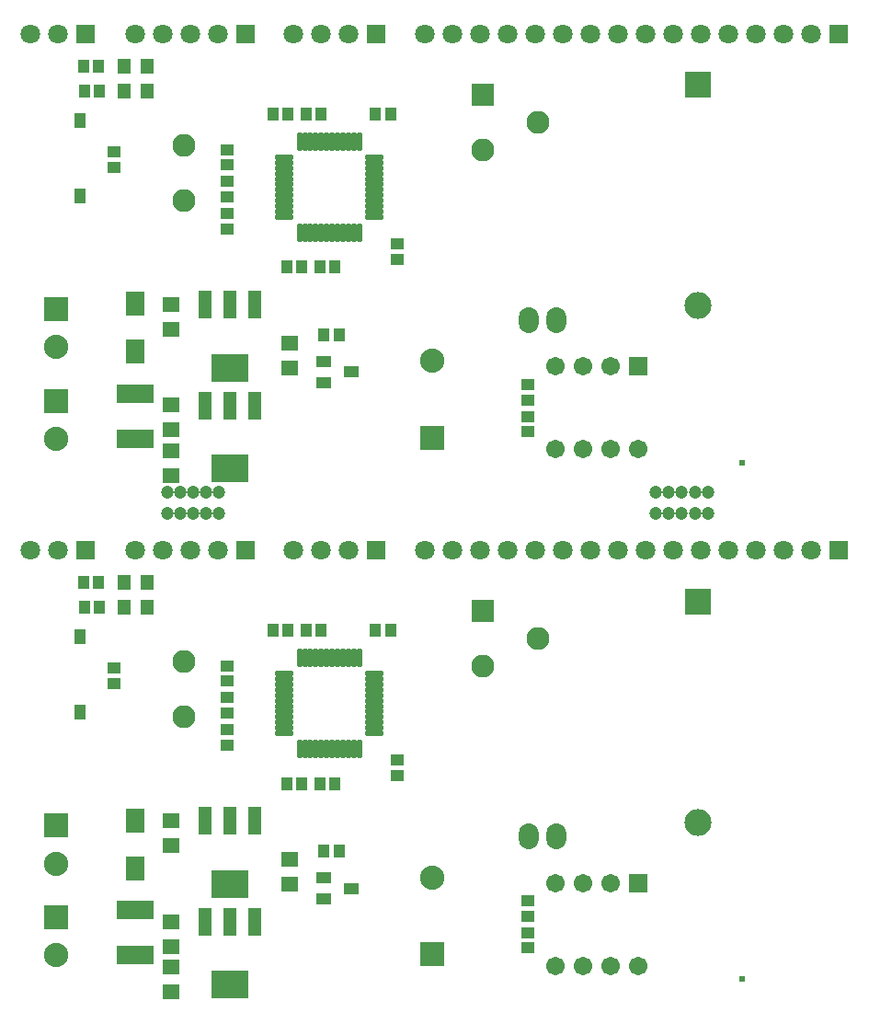
<source format=gts>
G04*
G04 #@! TF.GenerationSoftware,Altium Limited,Altium Designer,21.9.2 (33)*
G04*
G04 Layer_Color=8388736*
%FSTAX24Y24*%
%MOIN*%
G70*
G04*
G04 #@! TF.SameCoordinates,6253CE77-86D3-43C4-916D-D03A74546D46*
G04*
G04*
G04 #@! TF.FilePolarity,Negative*
G04*
G01*
G75*
%ADD48R,0.0395X0.0552*%
%ADD49R,0.0230X0.0230*%
%ADD50R,0.0454X0.0395*%
%ADD51R,0.0395X0.0454*%
%ADD52R,0.0552X0.0415*%
%ADD53R,0.0630X0.0580*%
%ADD54R,0.1344X0.0690*%
%ADD55R,0.0690X0.0907*%
%ADD56R,0.0474X0.1025*%
%ADD57R,0.1379X0.1025*%
G04:AMPARAMS|DCode=58|XSize=19mil|YSize=69.4mil|CornerRadius=6.8mil|HoleSize=0mil|Usage=FLASHONLY|Rotation=90.000|XOffset=0mil|YOffset=0mil|HoleType=Round|Shape=RoundedRectangle|*
%AMROUNDEDRECTD58*
21,1,0.0190,0.0559,0,0,90.0*
21,1,0.0055,0.0694,0,0,90.0*
1,1,0.0135,0.0280,0.0028*
1,1,0.0135,0.0280,-0.0028*
1,1,0.0135,-0.0280,-0.0028*
1,1,0.0135,-0.0280,0.0028*
%
%ADD58ROUNDEDRECTD58*%
G04:AMPARAMS|DCode=59|XSize=19mil|YSize=69.4mil|CornerRadius=6.8mil|HoleSize=0mil|Usage=FLASHONLY|Rotation=0.000|XOffset=0mil|YOffset=0mil|HoleType=Round|Shape=RoundedRectangle|*
%AMROUNDEDRECTD59*
21,1,0.0190,0.0559,0,0,0.0*
21,1,0.0055,0.0694,0,0,0.0*
1,1,0.0135,0.0028,-0.0280*
1,1,0.0135,-0.0028,-0.0280*
1,1,0.0135,-0.0028,0.0280*
1,1,0.0135,0.0028,0.0280*
%
%ADD59ROUNDEDRECTD59*%
%ADD60R,0.0513X0.0552*%
%ADD61C,0.0474*%
%ADD62R,0.0671X0.0671*%
%ADD63C,0.0671*%
%ADD64R,0.0830X0.0830*%
%ADD65C,0.0830*%
%ADD66R,0.0710X0.0710*%
%ADD67C,0.0710*%
%ADD68C,0.0880*%
%ADD69R,0.0880X0.0880*%
%ADD70O,0.0730X0.0930*%
%ADD71R,0.0980X0.0980*%
%ADD72C,0.0980*%
D48*
X025636Y024618D02*
D03*
Y021862D02*
D03*
Y043322D02*
D03*
Y040566D02*
D03*
D49*
X049656Y0122D02*
D03*
Y030904D02*
D03*
D50*
X041896Y013329D02*
D03*
Y01388D02*
D03*
X041899Y015034D02*
D03*
Y014483D02*
D03*
X037166Y020136D02*
D03*
Y019585D02*
D03*
X030989Y023001D02*
D03*
Y023552D02*
D03*
X026886Y022915D02*
D03*
Y023466D02*
D03*
X030989Y021855D02*
D03*
Y022406D02*
D03*
X030986Y020685D02*
D03*
Y021236D02*
D03*
X041896Y032033D02*
D03*
Y032584D02*
D03*
X041899Y033738D02*
D03*
Y033187D02*
D03*
X037166Y03884D02*
D03*
Y038289D02*
D03*
X030989Y041705D02*
D03*
Y042256D02*
D03*
X026886Y041619D02*
D03*
Y04217D02*
D03*
X030989Y040559D02*
D03*
Y04111D02*
D03*
X030986Y039389D02*
D03*
Y03994D02*
D03*
D51*
X034892Y01929D02*
D03*
X034341D02*
D03*
X033688D02*
D03*
X033136D02*
D03*
X035048Y01683D02*
D03*
X034496D02*
D03*
X025811Y02567D02*
D03*
X026362D02*
D03*
X025771Y026573D02*
D03*
X026322D02*
D03*
X036351Y02484D02*
D03*
X036902D02*
D03*
X032641D02*
D03*
X033192D02*
D03*
X033835D02*
D03*
X034386D02*
D03*
X034892Y037994D02*
D03*
X034341D02*
D03*
X033688D02*
D03*
X033136D02*
D03*
X035048Y035534D02*
D03*
X034496D02*
D03*
X025811Y044374D02*
D03*
X026362D02*
D03*
X025771Y045277D02*
D03*
X026322D02*
D03*
X036351Y043544D02*
D03*
X036902D02*
D03*
X032641D02*
D03*
X033192D02*
D03*
X033835D02*
D03*
X034386D02*
D03*
D52*
X035479Y01549D02*
D03*
X034496Y01512D02*
D03*
X034494Y015864D02*
D03*
X035479Y034194D02*
D03*
X034496Y033824D02*
D03*
X034494Y034568D02*
D03*
D53*
X028946Y01265D02*
D03*
Y01175D02*
D03*
X028936Y01704D02*
D03*
Y01794D02*
D03*
Y01339D02*
D03*
Y01429D02*
D03*
X033256Y01653D02*
D03*
Y01563D02*
D03*
X028946Y031354D02*
D03*
Y030454D02*
D03*
X028936Y035744D02*
D03*
Y036644D02*
D03*
Y032094D02*
D03*
Y032994D02*
D03*
X033256Y035234D02*
D03*
Y034334D02*
D03*
D54*
X027636Y013063D02*
D03*
Y014717D02*
D03*
Y031768D02*
D03*
Y033421D02*
D03*
D55*
Y016224D02*
D03*
Y017956D02*
D03*
Y034928D02*
D03*
Y036661D02*
D03*
D56*
X031992Y014282D02*
D03*
X031086D02*
D03*
X030181D02*
D03*
X031992Y017932D02*
D03*
X031086D02*
D03*
X030181D02*
D03*
X031992Y032986D02*
D03*
X031086D02*
D03*
X030181D02*
D03*
X031992Y036636D02*
D03*
X031086D02*
D03*
X030181D02*
D03*
D57*
X031086Y011998D02*
D03*
Y015648D02*
D03*
Y030703D02*
D03*
Y034353D02*
D03*
D58*
X033041Y023273D02*
D03*
Y023076D02*
D03*
Y022879D02*
D03*
Y022682D02*
D03*
Y022485D02*
D03*
Y022289D02*
D03*
Y022092D02*
D03*
Y021895D02*
D03*
Y021698D02*
D03*
Y021501D02*
D03*
Y021304D02*
D03*
Y021107D02*
D03*
X036332D02*
D03*
Y021304D02*
D03*
Y021501D02*
D03*
Y021698D02*
D03*
Y021895D02*
D03*
Y022092D02*
D03*
Y022289D02*
D03*
Y022485D02*
D03*
Y022682D02*
D03*
Y022879D02*
D03*
Y023076D02*
D03*
Y023273D02*
D03*
X033041Y041977D02*
D03*
Y04178D02*
D03*
Y041583D02*
D03*
Y041387D02*
D03*
Y04119D02*
D03*
Y040993D02*
D03*
Y040796D02*
D03*
Y040599D02*
D03*
Y040402D02*
D03*
Y040205D02*
D03*
Y040009D02*
D03*
Y039812D02*
D03*
X036332D02*
D03*
Y040009D02*
D03*
Y040205D02*
D03*
Y040402D02*
D03*
Y040599D02*
D03*
Y040796D02*
D03*
Y040993D02*
D03*
Y04119D02*
D03*
Y041387D02*
D03*
Y041583D02*
D03*
Y04178D02*
D03*
Y041977D02*
D03*
D59*
X033604Y020544D02*
D03*
X033801D02*
D03*
X033997D02*
D03*
X034194D02*
D03*
X034391D02*
D03*
X034588D02*
D03*
X034785D02*
D03*
X034982D02*
D03*
X035179D02*
D03*
X035375D02*
D03*
X035572D02*
D03*
X035769D02*
D03*
Y023836D02*
D03*
X035572D02*
D03*
X035375D02*
D03*
X035179D02*
D03*
X034982D02*
D03*
X034785D02*
D03*
X034588D02*
D03*
X034391D02*
D03*
X034194D02*
D03*
X033997D02*
D03*
X033801D02*
D03*
X033604D02*
D03*
Y039249D02*
D03*
X033801D02*
D03*
X033997D02*
D03*
X034194D02*
D03*
X034391D02*
D03*
X034588D02*
D03*
X034785D02*
D03*
X034982D02*
D03*
X035179D02*
D03*
X035375D02*
D03*
X035572D02*
D03*
X035769D02*
D03*
Y04254D02*
D03*
X035572D02*
D03*
X035375D02*
D03*
X035179D02*
D03*
X034982D02*
D03*
X034785D02*
D03*
X034588D02*
D03*
X034391D02*
D03*
X034194D02*
D03*
X033997D02*
D03*
X033801D02*
D03*
X033604D02*
D03*
D60*
X027253Y02567D02*
D03*
X02808D02*
D03*
X027246Y02657D02*
D03*
X028073D02*
D03*
X027253Y044374D02*
D03*
X02808D02*
D03*
X027246Y045274D02*
D03*
X028073D02*
D03*
D61*
X046519Y029063D02*
D03*
X046991D02*
D03*
X047464D02*
D03*
X047936D02*
D03*
X048409D02*
D03*
X046519Y029851D02*
D03*
X046991D02*
D03*
X047464D02*
D03*
X047936D02*
D03*
X048409D02*
D03*
X028802Y029063D02*
D03*
X029275D02*
D03*
X029747D02*
D03*
X03022D02*
D03*
X030692D02*
D03*
Y029851D02*
D03*
X03022D02*
D03*
X029747D02*
D03*
X029275D02*
D03*
X028802D02*
D03*
D62*
X045886Y01569D02*
D03*
Y034394D02*
D03*
D63*
X044886Y01569D02*
D03*
X043886D02*
D03*
X042886D02*
D03*
X045886Y01269D02*
D03*
X044886D02*
D03*
X043886D02*
D03*
X042886D02*
D03*
X044886Y034394D02*
D03*
X043886D02*
D03*
X042886D02*
D03*
X045886Y031394D02*
D03*
X044886D02*
D03*
X043886D02*
D03*
X042886D02*
D03*
D64*
X040236Y02554D02*
D03*
Y044244D02*
D03*
D65*
X042236Y02454D02*
D03*
X040236Y02354D02*
D03*
X029416Y02372D02*
D03*
Y02172D02*
D03*
X042236Y043244D02*
D03*
X040236Y042244D02*
D03*
X029416Y042424D02*
D03*
Y040424D02*
D03*
D66*
X025856Y02775D02*
D03*
X031636Y02774D02*
D03*
X036386D02*
D03*
X053136D02*
D03*
X025856Y046454D02*
D03*
X031636Y046444D02*
D03*
X036386D02*
D03*
X053136D02*
D03*
D67*
X024856Y02775D02*
D03*
X023856D02*
D03*
X029636Y02774D02*
D03*
X030636D02*
D03*
X028636D02*
D03*
X027636D02*
D03*
X033386D02*
D03*
X034386D02*
D03*
X035386D02*
D03*
X040136D02*
D03*
X041136D02*
D03*
X045136D02*
D03*
X048136D02*
D03*
X050136D02*
D03*
X052136D02*
D03*
X051136D02*
D03*
X049136D02*
D03*
X047136D02*
D03*
X046136D02*
D03*
X044136D02*
D03*
X043136D02*
D03*
X042136D02*
D03*
X039136D02*
D03*
X038136D02*
D03*
X024856Y046454D02*
D03*
X023856D02*
D03*
X029636Y046444D02*
D03*
X030636D02*
D03*
X028636D02*
D03*
X027636D02*
D03*
X033386D02*
D03*
X034386D02*
D03*
X035386D02*
D03*
X040136D02*
D03*
X041136D02*
D03*
X045136D02*
D03*
X048136D02*
D03*
X050136D02*
D03*
X052136D02*
D03*
X051136D02*
D03*
X049136D02*
D03*
X047136D02*
D03*
X046136D02*
D03*
X044136D02*
D03*
X043136D02*
D03*
X042136D02*
D03*
X039136D02*
D03*
X038136D02*
D03*
D68*
X024786Y01639D02*
D03*
Y013062D02*
D03*
X03842Y01589D02*
D03*
X024786Y035094D02*
D03*
Y031766D02*
D03*
X03842Y034594D02*
D03*
D69*
X024786Y017768D02*
D03*
Y01444D02*
D03*
X03842Y013103D02*
D03*
X024786Y036472D02*
D03*
Y033144D02*
D03*
X03842Y031807D02*
D03*
D70*
X042916Y01737D02*
D03*
X041916D02*
D03*
X042916Y036074D02*
D03*
X041916D02*
D03*
D71*
X048036Y02589D02*
D03*
Y044594D02*
D03*
D72*
Y01789D02*
D03*
Y036594D02*
D03*
M02*

</source>
